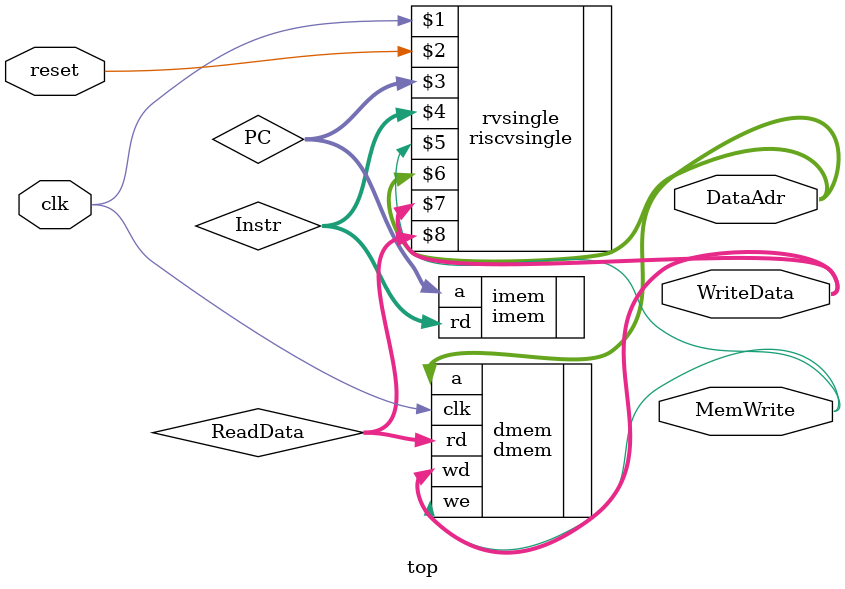
<source format=v>
module top (
	clk,
	reset,
	WriteData,
	DataAdr,
	MemWrite
);
	input wire clk;
	input wire reset;
	output wire [31:0] WriteData;
	output wire [31:0] DataAdr;
	output wire MemWrite;
	wire [31:0] PC;
	wire [31:0] Instr;
	wire [31:0] ReadData;
	riscvsingle rvsingle(
		clk,
		reset,
		PC,
		Instr,
		MemWrite,
		DataAdr,
		WriteData,
		ReadData
	);
	imem imem(
		.a(PC),
		.rd(Instr)
	);
	dmem dmem(
		.clk(clk),
		.we(MemWrite),
		.a(DataAdr),
		.wd(WriteData),
		.rd(ReadData)
	);
endmodule
        //ora boas meus putos

</source>
